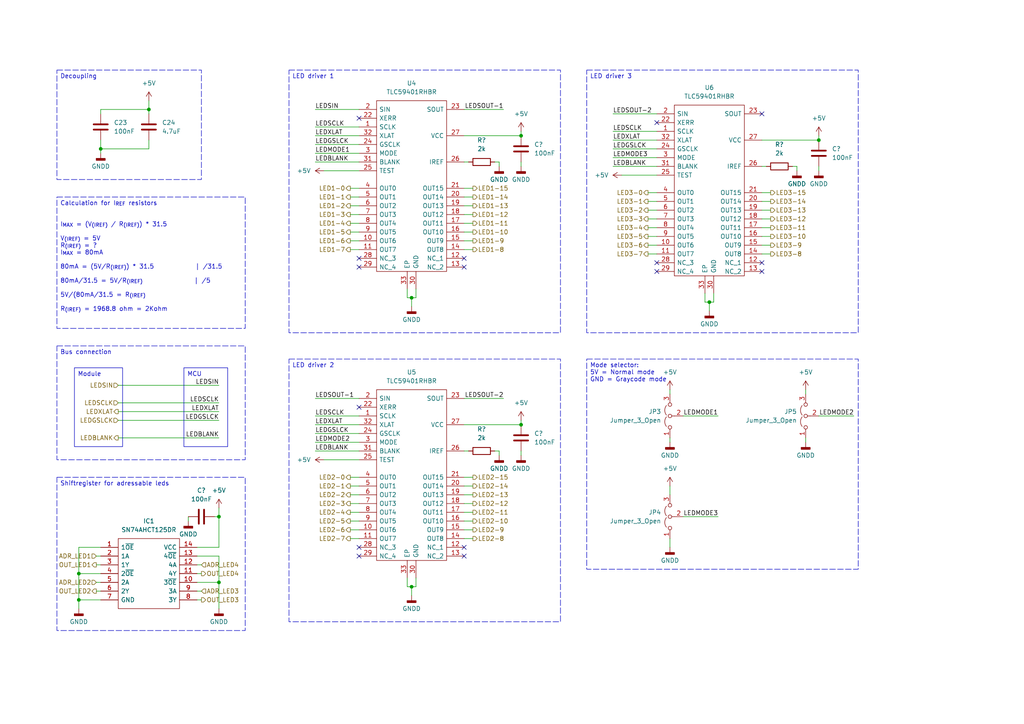
<source format=kicad_sch>
(kicad_sch (version 20230121) (generator eeschema)
  (paper "A4")
  (title_block (title "Led driver board BabySim") (date "18-09-2023") (rev "V1.0") (company "Health Concept Lab") (comment 1 "Author(s): Emiel Visser & Joris Bol"))
  (lib_symbols
    (symbol "Device:C" (pin_numbers hide) (pin_names (offset 0.254))
      (property "Reference" "C" (at 0.635 2.54 0))
      (property "Value" "C" (at 0.635 -2.54 0))
      (symbol "C_0_1"
        (polyline (pts (xy -2.032 -0.762) (xy 2.032 -0.762)) (stroke (width 0.508)))
        (polyline (pts (xy -2.032 0.762) (xy 2.032 0.762)) (stroke (width 0.508)))
      )
      (symbol "C_1_1"
        (pin passive line (at 0 3.81 270) (length 2.794) (name "~") (number "1"))
        (pin passive line (at 0 -3.81 90) (length 2.794) (name "~") (number "2"))
      )
    )
    (symbol "Device:R" (pin_numbers hide) (pin_names (offset 0))
      (property "Reference" "R" (at 2.032 0 90))
      (property "Value" "R" (at 0 0 90))
      (symbol "R_0_1"
        (rectangle (start -1.016 -2.54) (end 1.016 2.54) (stroke (width 0.254)))
      )
      (symbol "R_1_1"
        (pin passive line (at 0 3.81 270) (length 1.27) (name "~") (number "1"))
        (pin passive line (at 0 -3.81 90) (length 1.27) (name "~") (number "2"))
      )
    )
    (symbol "Jumper:Jumper_3_Open" (pin_names (offset 0) hide)
      (property "Reference" "JP" (at -2.54 -2.54 0))
      (property "Value" "Jumper_3_Open" (at 0 2.794 0))
      (symbol "Jumper_3_Open_0_0"
        (circle (center -3.302 0) (radius 0.508))
        (circle (center 0 0) (radius 0.508))
        (circle (center 3.302 0) (radius 0.508))
      )
      (symbol "Jumper_3_Open_0_1"
        (arc (start -0.254 1.016) (mid -1.651 1.4992) (end -3.048 1.016))
        (polyline (pts (xy 0 -0.508) (xy 0 -1.27)))
        (arc (start 3.048 1.016) (mid 1.651 1.4992) (end 0.254 1.016))
      )
      (symbol "Jumper_3_Open_1_1"
        (pin passive line (at -6.35 0 0) (length 2.54) (name "A") (number "1"))
        (pin passive line (at 0 -3.81 90) (length 2.54) (name "C") (number "2"))
        (pin passive line (at 6.35 0 180) (length 2.54) (name "B") (number "3"))
      )
    )
    (symbol "SamacSys_Parts:SN74AHCT125DR" (pin_names (offset 0.762))
      (property "Reference" "IC" (at 24.13 7.62 0))
      (property "Value" "SN74AHCT125DR" (at 24.13 5.08 0))
      (symbol "SN74AHCT125DR_0_0"
        (pin passive line (at 0 0 0) (length 5.08) (name "1~{OE}") (number "1"))
        (pin passive line (at 27.94 -10.16 180) (length 5.08) (name "3~{OE}") (number "10"))
        (pin passive line (at 27.94 -7.62 180) (length 5.08) (name "4Y") (number "11"))
        (pin passive line (at 27.94 -5.08 180) (length 5.08) (name "4A") (number "12"))
        (pin passive line (at 27.94 -2.54 180) (length 5.08) (name "4~{OE}") (number "13"))
        (pin passive line (at 27.94 0 180) (length 5.08) (name "VCC") (number "14"))
        (pin passive line (at 0 -2.54 0) (length 5.08) (name "1A") (number "2"))
        (pin passive line (at 0 -5.08 0) (length 5.08) (name "1Y") (number "3"))
        (pin passive line (at 0 -7.62 0) (length 5.08) (name "2~{OE}") (number "4"))
        (pin passive line (at 0 -10.16 0) (length 5.08) (name "2A") (number "5"))
        (pin passive line (at 0 -12.7 0) (length 5.08) (name "2Y") (number "6"))
        (pin passive line (at 0 -15.24 0) (length 5.08) (name "GND") (number "7"))
        (pin passive line (at 27.94 -15.24 180) (length 5.08) (name "3Y") (number "8"))
        (pin passive line (at 27.94 -12.7 180) (length 5.08) (name "3A") (number "9"))
      )
      (symbol "SN74AHCT125DR_0_1"
        (polyline (pts (xy 5.08 2.54) (xy 22.86 2.54) (xy 22.86 -17.78) (xy 5.08 -17.78) (xy 5.08 2.54)) (stroke (width 0.1524)))
      )
    )
    (symbol "SamacSys_Parts:TLC59401RHBR" (pin_names (offset 0.762))
      (property "Reference" "U5" (at 15.24 17.78 0))
      (property "Value" "TLC59401RHBR" (at 15.24 15.24 0))
      (symbol "TLC59401RHBR_0_0"
        (pin passive line (at 0 5.08 0) (length 5.08) (name "SCLK") (number "1"))
        (pin passive line (at 0 -27.94 0) (length 5.08) (name "OUT6") (number "10"))
        (pin passive line (at 0 -30.48 0) (length 5.08) (name "OUT7") (number "11"))
        (pin passive line (at 30.48 -30.48 180) (length 5.08) (name "OUT8") (number "14"))
        (pin passive line (at 30.48 -27.94 180) (length 5.08) (name "OUT9") (number "15"))
        (pin passive line (at 30.48 -25.4 180) (length 5.08) (name "OUT10") (number "16"))
        (pin passive line (at 30.48 -22.86 180) (length 5.08) (name "OUT11") (number "17"))
        (pin passive line (at 30.48 -20.32 180) (length 5.08) (name "OUT12") (number "18"))
        (pin passive line (at 30.48 -17.78 180) (length 5.08) (name "OUT13") (number "19"))
        (pin passive line (at 0 10.16 0) (length 5.08) (name "SIN") (number "2"))
        (pin passive line (at 30.48 -15.24 180) (length 5.08) (name "OUT14") (number "20"))
        (pin passive line (at 30.48 -12.7 180) (length 5.08) (name "OUT15") (number "21"))
        (pin passive line (at 0 7.62 0) (length 5.08) (name "XERR") (number "22"))
        (pin passive line (at 30.48 10.16 180) (length 5.08) (name "SOUT") (number "23"))
        (pin passive line (at 0 0 0) (length 5.08) (name "GSCLK") (number "24"))
        (pin passive line (at 0 -7.62 0) (length 5.08) (name "TEST") (number "25"))
        (pin passive line (at 30.48 -5.08 180) (length 5.08) (name "IREF") (number "26"))
        (pin passive line (at 30.48 2.54 180) (length 5.08) (name "VCC") (number "27"))
        (pin passive line (at 0 -2.54 0) (length 5.08) (name "MODE") (number "3"))
        (pin passive line (at 16.51 -41.91 90) (length 5.08) (name "GND") (number "30"))
        (pin passive line (at 0 -5.08 0) (length 5.08) (name "BLANK") (number "31"))
        (pin passive line (at 0 2.54 0) (length 5.08) (name "XLAT") (number "32"))
        (pin passive line (at 13.97 -41.91 90) (length 5.08) (name "EP") (number "33"))
        (pin passive line (at 0 -12.7 0) (length 5.08) (name "OUT0") (number "4"))
        (pin passive line (at 0 -15.24 0) (length 5.08) (name "OUT1") (number "5"))
        (pin passive line (at 0 -17.78 0) (length 5.08) (name "OUT2") (number "6"))
        (pin passive line (at 0 -20.32 0) (length 5.08) (name "OUT3") (number "7"))
        (pin passive line (at 0 -22.86 0) (length 5.08) (name "OUT4") (number "8"))
        (pin passive line (at 0 -25.4 0) (length 5.08) (name "OUT5") (number "9"))
      )
      (symbol "TLC59401RHBR_0_1"
        (polyline (pts (xy 5.08 12.7) (xy 25.4 12.7) (xy 25.4 -36.83) (xy 5.08 -36.83) (xy 5.08 12.7)) (stroke (width 0.1524)))
      )
      (symbol "TLC59401RHBR_1_0"
        (pin passive line (at 30.48 -33.02 180) (length 5.08) (name "NC_1") (number "12"))
        (pin passive line (at 30.48 -35.56 180) (length 5.08) (name "NC_2") (number "13"))
        (pin passive line (at 0 -33.02 0) (length 5.08) (name "NC_3") (number "28"))
        (pin passive line (at 0 -35.56 0) (length 5.08) (name "NC_4") (number "29"))
      )
    )
    (symbol "TLC59401RHBR_1" (pin_names (offset 0.762))
      (property "Reference" "U6" (at 15.24 17.78 0))
      (property "Value" "TLC59401RHBR" (at 15.24 15.24 0))
      (symbol "TLC59401RHBR_1_0_0"
        (pin passive line (at 0 5.08 0) (length 5.08) (name "SCLK") (number "1"))
        (pin passive line (at 0 -27.94 0) (length 5.08) (name "OUT6") (number "10"))
        (pin passive line (at 0 -30.48 0) (length 5.08) (name "OUT7") (number "11"))
        (pin passive line (at 30.48 -30.48 180) (length 5.08) (name "OUT8") (number "14"))
        (pin passive line (at 30.48 -27.94 180) (length 5.08) (name "OUT9") (number "15"))
        (pin passive line (at 30.48 -25.4 180) (length 5.08) (name "OUT10") (number "16"))
        (pin passive line (at 30.48 -22.86 180) (length 5.08) (name "OUT11") (number "17"))
        (pin passive line (at 30.48 -20.32 180) (length 5.08) (name "OUT12") (number "18"))
        (pin passive line (at 30.48 -17.78 180) (length 5.08) (name "OUT13") (number "19"))
        (pin passive line (at 0 10.16 0) (length 5.08) (name "SIN") (number "2"))
        (pin passive line (at 30.48 -15.24 180) (length 5.08) (name "OUT14") (number "20"))
        (pin passive line (at 30.48 -12.7 180) (length 5.08) (name "OUT15") (number "21"))
        (pin passive line (at 0 7.62 0) (length 5.08) (name "XERR") (number "22"))
        (pin passive line (at 30.48 10.16 180) (length 5.08) (name "SOUT") (number "23"))
        (pin passive line (at 0 0 0) (length 5.08) (name "GSCLK") (number "24"))
        (pin passive line (at 0 -7.62 0) (length 5.08) (name "TEST") (number "25"))
        (pin passive line (at 30.48 -5.08 180) (length 5.08) (name "IREF") (number "26"))
        (pin passive line (at 30.48 2.54 180) (length 5.08) (name "VCC") (number "27"))
        (pin passive line (at 0 -2.54 0) (length 5.08) (name "MODE") (number "3"))
        (pin passive line (at 16.51 -41.91 90) (length 5.08) (name "GND") (number "30"))
        (pin passive line (at 0 -5.08 0) (length 5.08) (name "BLANK") (number "31"))
        (pin passive line (at 0 2.54 0) (length 5.08) (name "XLAT") (number "32"))
        (pin passive line (at 13.97 -41.91 90) (length 5.08) (name "EP") (number "33"))
        (pin passive line (at 0 -12.7 0) (length 5.08) (name "OUT0") (number "4"))
        (pin passive line (at 0 -15.24 0) (length 5.08) (name "OUT1") (number "5"))
        (pin passive line (at 0 -17.78 0) (length 5.08) (name "OUT2") (number "6"))
        (pin passive line (at 0 -20.32 0) (length 5.08) (name "OUT3") (number "7"))
        (pin passive line (at 0 -22.86 0) (length 5.08) (name "OUT4") (number "8"))
        (pin passive line (at 0 -25.4 0) (length 5.08) (name "OUT5") (number "9"))
      )
      (symbol "TLC59401RHBR_1_0_1"
        (polyline (pts (xy 5.08 12.7) (xy 25.4 12.7) (xy 25.4 -36.83) (xy 5.08 -36.83) (xy 5.08 12.7)) (stroke (width 0.1524)))
      )
      (symbol "TLC59401RHBR_1_1_0"
        (pin passive line (at 30.48 -33.02 180) (length 5.08) (name "NC_1") (number "12"))
        (pin passive line (at 30.48 -35.56 180) (length 5.08) (name "NC_2") (number "13"))
        (pin passive line (at 0 -33.02 0) (length 5.08) (name "NC_3") (number "28"))
        (pin passive line (at 0 -35.56 0) (length 5.08) (name "NC_4") (number "29"))
      )
    )
    (symbol "TLC59401RHBR_2" (pin_names (offset 0.762))
      (property "Reference" "U4" (at 15.24 17.78 0))
      (property "Value" "TLC59401RHBR" (at 15.24 15.24 0))
      (symbol "TLC59401RHBR_2_0_0"
        (pin passive line (at 0 5.08 0) (length 5.08) (name "SCLK") (number "1"))
        (pin passive line (at 0 -27.94 0) (length 5.08) (name "OUT6") (number "10"))
        (pin passive line (at 0 -30.48 0) (length 5.08) (name "OUT7") (number "11"))
        (pin passive line (at 30.48 -30.48 180) (length 5.08) (name "OUT8") (number "14"))
        (pin passive line (at 30.48 -27.94 180) (length 5.08) (name "OUT9") (number "15"))
        (pin passive line (at 30.48 -25.4 180) (length 5.08) (name "OUT10") (number "16"))
        (pin passive line (at 30.48 -22.86 180) (length 5.08) (name "OUT11") (number "17"))
        (pin passive line (at 30.48 -20.32 180) (length 5.08) (name "OUT12") (number "18"))
        (pin passive line (at 30.48 -17.78 180) (length 5.08) (name "OUT13") (number "19"))
        (pin passive line (at 0 10.16 0) (length 5.08) (name "SIN") (number "2"))
        (pin passive line (at 30.48 -15.24 180) (length 5.08) (name "OUT14") (number "20"))
        (pin passive line (at 30.48 -12.7 180) (length 5.08) (name "OUT15") (number "21"))
        (pin passive line (at 0 7.62 0) (length 5.08) (name "XERR") (number "22"))
        (pin passive line (at 30.48 10.16 180) (length 5.08) (name "SOUT") (number "23"))
        (pin passive line (at 0 0 0) (length 5.08) (name "GSCLK") (number "24"))
        (pin passive line (at 0 -7.62 0) (length 5.08) (name "TEST") (number "25"))
        (pin passive line (at 30.48 -5.08 180) (length 5.08) (name "IREF") (number "26"))
        (pin passive line (at 30.48 2.54 180) (length 5.08) (name "VCC") (number "27"))
        (pin passive line (at 0 -2.54 0) (length 5.08) (name "MODE") (number "3"))
        (pin passive line (at 16.51 -41.91 90) (length 5.08) (name "GND") (number "30"))
        (pin passive line (at 0 -5.08 0) (length 5.08) (name "BLANK") (number "31"))
        (pin passive line (at 0 2.54 0) (length 5.08) (name "XLAT") (number "32"))
        (pin passive line (at 13.97 -41.91 90) (length 5.08) (name "EP") (number "33"))
        (pin passive line (at 0 -12.7 0) (length 5.08) (name "OUT0") (number "4"))
        (pin passive line (at 0 -15.24 0) (length 5.08) (name "OUT1") (number "5"))
        (pin passive line (at 0 -17.78 0) (length 5.08) (name "OUT2") (number "6"))
        (pin passive line (at 0 -20.32 0) (length 5.08) (name "OUT3") (number "7"))
        (pin passive line (at 0 -22.86 0) (length 5.08) (name "OUT4") (number "8"))
        (pin passive line (at 0 -25.4 0) (length 5.08) (name "OUT5") (number "9"))
      )
      (symbol "TLC59401RHBR_2_0_1"
        (polyline (pts (xy 5.08 12.7) (xy 25.4 12.7) (xy 25.4 -36.83) (xy 5.08 -36.83) (xy 5.08 12.7)) (stroke (width 0.1524)))
      )
      (symbol "TLC59401RHBR_2_1_0"
        (pin passive line (at 30.48 -33.02 180) (length 5.08) (name "NC_1") (number "12"))
        (pin passive line (at 30.48 -35.56 180) (length 5.08) (name "NC_2") (number "13"))
        (pin passive line (at 0 -33.02 0) (length 5.08) (name "NC_3") (number "28"))
        (pin passive line (at 0 -35.56 0) (length 5.08) (name "NC_4") (number "29"))
      )
    )
    (symbol "power:+5V" (power) (pin_names (offset 0))
      (property "Value" "+5V" (at 0 3.556 0))
      (symbol "+5V_0_1"
        (polyline (pts (xy -0.762 1.27) (xy 0 2.54)))
        (polyline (pts (xy 0 0) (xy 0 2.54)))
        (polyline (pts (xy 0 2.54) (xy 0.762 1.27)))
      )
      (symbol "+5V_1_1"
        (pin power_in line (at 0 0 90) (length 0) hide (name "+5V") (number "1"))
      )
    )
    (symbol "power:GNDD" (power) (pin_names (offset 0))
      (property "Value" "GNDD" (at 0 -3.175 0))
      (symbol "GNDD_0_1"
        (rectangle (start -1.27 -1.524) (end 1.27 -2.032) (stroke (width 0.254)) (fill (type outline)))
        (polyline (pts (xy 0 0) (xy 0 -1.524)))
      )
      (symbol "GNDD_1_1"
        (pin power_in line (at 0 0 270) (length 0) hide (name "GNDD") (number "1"))
      )
    )
  )
  (junction (at 205.74 87.63))
  (junction (at 63.5 168.91))
  (junction (at 22.86 166.37))
  (junction (at 63.5 149.86))
  (junction (at 151.13 123.19))
  (junction (at 22.86 173.99))
  (junction (at 151.13 39.37))
  (junction (at 29.21 43.18))
  (junction (at 119.38 86.36))
  (junction (at 119.38 170.18))
  (junction (at 43.18 31.75))
  (junction (at 237.49 40.64))
  (no_connect (at 190.5 76.2))
  (no_connect (at 104.14 118.11))
  (no_connect (at 220.98 33.02))
  (no_connect (at 104.14 74.93))
  (no_connect (at 134.62 74.93))
  (no_connect (at 220.98 76.2))
  (no_connect (at 104.14 77.47))
  (no_connect (at 134.62 158.75))
  (no_connect (at 104.14 34.29))
  (no_connect (at 104.14 158.75))
  (no_connect (at 134.62 161.29))
  (no_connect (at 220.98 78.74))
  (no_connect (at 190.5 35.56))
  (no_connect (at 104.14 161.29))
  (no_connect (at 134.62 77.47))
  (no_connect (at 190.5 78.74))
  (wire (pts (xy 134.62 39.37) (xy 151.13 39.37)))
  (wire (pts (xy 29.21 158.75) (xy 22.86 158.75)))
  (wire (pts (xy 134.62 54.61) (xy 137.16 54.61)))
  (wire (pts (xy 177.8 38.1) (xy 190.5 38.1)))
  (wire (pts (xy 134.62 148.59) (xy 137.16 148.59)))
  (wire (pts (xy 134.62 72.39) (xy 137.16 72.39)))
  (wire (pts (xy 101.6 62.23) (xy 104.14 62.23)))
  (wire (pts (xy 27.94 171.45) (xy 29.21 171.45)))
  (wire (pts (xy 177.8 33.02) (xy 190.5 33.02)))
  (wire (pts (xy 187.96 60.96) (xy 190.5 60.96)))
  (wire (pts (xy 57.15 168.91) (xy 63.5 168.91)))
  (wire (pts (xy 101.6 148.59) (xy 104.14 148.59)))
  (wire (pts (xy 22.86 173.99) (xy 29.21 173.99)))
  (wire (pts (xy 63.5 147.32) (xy 63.5 149.86)))
  (wire (pts (xy 134.62 130.81) (xy 135.89 130.81)))
  (wire (pts (xy 101.6 151.13) (xy 104.14 151.13)))
  (wire (pts (xy 93.98 133.35) (xy 104.14 133.35)))
  (wire (pts (xy 198.12 120.65) (xy 208.28 120.65)))
  (wire (pts (xy 134.62 153.67) (xy 137.16 153.67)))
  (wire (pts (xy 34.29 116.84) (xy 63.5 116.84)))
  (wire (pts (xy 180.34 50.8) (xy 190.5 50.8)))
  (wire (pts (xy 57.15 161.29) (xy 63.5 161.29)))
  (wire (pts (xy 134.62 151.13) (xy 137.16 151.13)))
  (wire (pts (xy 187.96 55.88) (xy 190.5 55.88)))
  (wire (pts (xy 101.6 69.85) (xy 104.14 69.85)))
  (wire (pts (xy 220.98 66.04) (xy 223.52 66.04)))
  (wire (pts (xy 134.62 67.31) (xy 137.16 67.31)))
  (wire (pts (xy 34.29 127) (xy 63.5 127)))
  (wire (pts (xy 119.38 170.18) (xy 118.11 170.18)))
  (wire (pts (xy 91.44 123.19) (xy 104.14 123.19)))
  (wire (pts (xy 177.8 40.64) (xy 190.5 40.64)))
  (wire (pts (xy 43.18 40.64) (xy 43.18 43.18)))
  (wire (pts (xy 62.23 149.86) (xy 63.5 149.86)))
  (wire (pts (xy 194.31 113.03) (xy 194.31 114.3)))
  (wire (pts (xy 220.98 60.96) (xy 223.52 60.96)))
  (wire (pts (xy 118.11 170.18) (xy 118.11 167.64)))
  (wire (pts (xy 22.86 166.37) (xy 29.21 166.37)))
  (wire (pts (xy 187.96 58.42) (xy 190.5 58.42)))
  (wire (pts (xy 134.62 31.75) (xy 146.05 31.75)))
  (wire (pts (xy 220.98 48.26) (xy 222.25 48.26)))
  (wire (pts (xy 57.15 158.75) (xy 63.5 158.75)))
  (wire (pts (xy 205.74 90.17) (xy 205.74 87.63)))
  (wire (pts (xy 29.21 40.64) (xy 29.21 43.18)))
  (wire (pts (xy 91.44 39.37) (xy 104.14 39.37)))
  (wire (pts (xy 119.38 88.9) (xy 119.38 86.36)))
  (wire (pts (xy 134.62 123.19) (xy 151.13 123.19)))
  (wire (pts (xy 207.01 85.09) (xy 207.01 87.63)))
  (wire (pts (xy 119.38 172.72) (xy 119.38 170.18)))
  (wire (pts (xy 101.6 57.15) (xy 104.14 57.15)))
  (wire (pts (xy 220.98 40.64) (xy 237.49 40.64)))
  (wire (pts (xy 220.98 63.5) (xy 223.52 63.5)))
  (wire (pts (xy 27.94 163.83) (xy 29.21 163.83)))
  (wire (pts (xy 91.44 115.57) (xy 104.14 115.57)))
  (wire (pts (xy 91.44 44.45) (xy 104.14 44.45)))
  (wire (pts (xy 134.62 59.69) (xy 137.16 59.69)))
  (wire (pts (xy 237.49 48.26) (xy 237.49 49.53)))
  (wire (pts (xy 187.96 63.5) (xy 190.5 63.5)))
  (wire (pts (xy 220.98 68.58) (xy 223.52 68.58)))
  (wire (pts (xy 198.12 149.86) (xy 208.28 149.86)))
  (wire (pts (xy 63.5 158.75) (xy 63.5 149.86)))
  (wire (pts (xy 91.44 41.91) (xy 104.14 41.91)))
  (wire (pts (xy 57.15 163.83) (xy 58.42 163.83)))
  (wire (pts (xy 22.86 166.37) (xy 22.86 173.99)))
  (wire (pts (xy 43.18 43.18) (xy 29.21 43.18)))
  (wire (pts (xy 205.74 87.63) (xy 204.47 87.63)))
  (wire (pts (xy 151.13 130.81) (xy 151.13 132.08)))
  (wire (pts (xy 120.65 170.18) (xy 119.38 170.18)))
  (wire (pts (xy 54.61 149.86) (xy 54.61 151.13)))
  (wire (pts (xy 120.65 83.82) (xy 120.65 86.36)))
  (wire (pts (xy 134.62 138.43) (xy 137.16 138.43)))
  (wire (pts (xy 101.6 59.69) (xy 104.14 59.69)))
  (wire (pts (xy 151.13 121.92) (xy 151.13 123.19)))
  (wire (pts (xy 91.44 36.83) (xy 104.14 36.83)))
  (wire (pts (xy 120.65 86.36) (xy 119.38 86.36)))
  (wire (pts (xy 177.8 48.26) (xy 190.5 48.26)))
  (wire (pts (xy 204.47 87.63) (xy 204.47 85.09)))
  (wire (pts (xy 101.6 64.77) (xy 104.14 64.77)))
  (wire (pts (xy 237.49 39.37) (xy 237.49 40.64)))
  (wire (pts (xy 91.44 31.75) (xy 104.14 31.75)))
  (wire (pts (xy 27.94 161.29) (xy 29.21 161.29)))
  (wire (pts (xy 43.18 31.75) (xy 43.18 33.02)))
  (wire (pts (xy 22.86 173.99) (xy 22.86 176.53)))
  (wire (pts (xy 101.6 54.61) (xy 104.14 54.61)))
  (wire (pts (xy 177.8 43.18) (xy 190.5 43.18)))
  (wire (pts (xy 134.62 57.15) (xy 137.16 57.15)))
  (wire (pts (xy 93.98 49.53) (xy 104.14 49.53)))
  (wire (pts (xy 101.6 156.21) (xy 104.14 156.21)))
  (wire (pts (xy 120.65 167.64) (xy 120.65 170.18)))
  (wire (pts (xy 101.6 140.97) (xy 104.14 140.97)))
  (wire (pts (xy 27.94 168.91) (xy 29.21 168.91)))
  (wire (pts (xy 194.31 156.21) (xy 194.31 158.75)))
  (wire (pts (xy 220.98 58.42) (xy 223.52 58.42)))
  (wire (pts (xy 220.98 55.88) (xy 223.52 55.88)))
  (wire (pts (xy 43.18 29.21) (xy 43.18 31.75)))
  (wire (pts (xy 134.62 115.57) (xy 146.05 115.57)))
  (wire (pts (xy 101.6 146.05) (xy 104.14 146.05)))
  (wire (pts (xy 233.68 127) (xy 233.68 128.27)))
  (wire (pts (xy 91.44 125.73) (xy 104.14 125.73)))
  (wire (pts (xy 231.14 48.26) (xy 231.14 49.53)))
  (wire (pts (xy 34.29 121.92) (xy 63.5 121.92)))
  (wire (pts (xy 63.5 161.29) (xy 63.5 168.91)))
  (wire (pts (xy 29.21 33.02) (xy 29.21 31.75)))
  (wire (pts (xy 134.62 156.21) (xy 137.16 156.21)))
  (wire (pts (xy 57.15 166.37) (xy 58.42 166.37)))
  (wire (pts (xy 134.62 64.77) (xy 137.16 64.77)))
  (wire (pts (xy 151.13 38.1) (xy 151.13 39.37)))
  (wire (pts (xy 29.21 43.18) (xy 29.21 44.45)))
  (wire (pts (xy 91.44 120.65) (xy 104.14 120.65)))
  (wire (pts (xy 194.31 127) (xy 194.31 128.27)))
  (wire (pts (xy 29.21 31.75) (xy 43.18 31.75)))
  (wire (pts (xy 22.86 158.75) (xy 22.86 166.37)))
  (wire (pts (xy 187.96 73.66) (xy 190.5 73.66)))
  (wire (pts (xy 91.44 130.81) (xy 104.14 130.81)))
  (wire (pts (xy 34.29 111.76) (xy 63.5 111.76)))
  (wire (pts (xy 101.6 153.67) (xy 104.14 153.67)))
  (wire (pts (xy 187.96 68.58) (xy 190.5 68.58)))
  (wire (pts (xy 220.98 73.66) (xy 223.52 73.66)))
  (wire (pts (xy 220.98 71.12) (xy 223.52 71.12)))
  (wire (pts (xy 101.6 138.43) (xy 104.14 138.43)))
  (wire (pts (xy 118.11 86.36) (xy 118.11 83.82)))
  (wire (pts (xy 91.44 128.27) (xy 104.14 128.27)))
  (wire (pts (xy 187.96 71.12) (xy 190.5 71.12)))
  (wire (pts (xy 144.78 46.99) (xy 143.51 46.99)))
  (wire (pts (xy 91.44 46.99) (xy 104.14 46.99)))
  (wire (pts (xy 187.96 66.04) (xy 190.5 66.04)))
  (wire (pts (xy 57.15 173.99) (xy 58.42 173.99)))
  (wire (pts (xy 237.49 120.65) (xy 247.65 120.65)))
  (wire (pts (xy 231.14 48.26) (xy 229.87 48.26)))
  (wire (pts (xy 207.01 87.63) (xy 205.74 87.63)))
  (wire (pts (xy 134.62 62.23) (xy 137.16 62.23)))
  (wire (pts (xy 134.62 69.85) (xy 137.16 69.85)))
  (wire (pts (xy 144.78 46.99) (xy 144.78 48.26)))
  (wire (pts (xy 151.13 46.99) (xy 151.13 48.26)))
  (wire (pts (xy 134.62 143.51) (xy 137.16 143.51)))
  (wire (pts (xy 101.6 72.39) (xy 104.14 72.39)))
  (wire (pts (xy 233.68 113.03) (xy 233.68 114.3)))
  (wire (pts (xy 63.5 168.91) (xy 63.5 176.53)))
  (wire (pts (xy 144.78 130.81) (xy 143.51 130.81)))
  (wire (pts (xy 194.31 140.97) (xy 194.31 143.51)))
  (wire (pts (xy 34.29 119.38) (xy 63.5 119.38)))
  (wire (pts (xy 134.62 140.97) (xy 137.16 140.97)))
  (wire (pts (xy 57.15 171.45) (xy 58.42 171.45)))
  (wire (pts (xy 101.6 143.51) (xy 104.14 143.51)))
  (wire (pts (xy 134.62 46.99) (xy 135.89 46.99)))
  (wire (pts (xy 177.8 45.72) (xy 190.5 45.72)))
  (wire (pts (xy 119.38 86.36) (xy 118.11 86.36)))
  (wire (pts (xy 101.6 67.31) (xy 104.14 67.31)))
  (wire (pts (xy 134.62 146.05) (xy 137.16 146.05)))
  (wire (pts (xy 144.78 130.81) (xy 144.78 132.08)))
  (text_box "Bus connection" (at 16.51 100.33 0) (size 54.61 33.02) (stroke (width 0) (type dash)) (effects (font (size 1.27 1.27)) (justify left top)))
  (text_box "Calculation for I_{REF} resistors\n\n\nI_{MAX} = (V_{(IREF)} / R_{(IREF)}) * 31.5\n\nV_{(IREF)} = 5V\nR_{(IREF)} = ?\nI_{MAX} = 80mA\n\n80mA = (5V/R_{(IREF)}) * 31.5	 	| /31.5\n\n80mA/31.5 = 5V/R_{(IREF)}		  	| /5\n\n5V/(80mA/31.5 = R_{(IREF)}\n\nR_{(IREF)} = 1968.8 ohm = 2Kohm" (at 16.51 57.15 0) (size 54.61 38.1) (stroke (width 0) (type dash)) (effects (font (size 1.27 1.27)) (justify left top)))
  (text_box "Module" (at 21.59 106.68 0) (size 13.97 22.86) (effects (font (size 1.27 1.27)) (justify left top)))
  (text_box "LED driver 3" (at 170.18 20.32 0) (size 78.74 76.2) (stroke (width 0) (type dash)) (effects (font (size 1.27 1.27)) (justify left top)))
  (text_box "Shiftregister for adressable leds" (at 16.51 138.43 0) (size 54.61 44.45) (stroke (width 0) (type dash)) (effects (font (size 1.27 1.27)) (justify left top)))
  (text_box "LED driver 2" (at 83.82 104.14 0) (size 78.74 76.2) (stroke (width 0) (type dash)) (effects (font (size 1.27 1.27)) (justify left top)))
  (text_box "MCU" (at 53.34 106.68 0) (size 12.7 22.86) (effects (font (size 1.27 1.27)) (justify left top)))
  (text_box "Decoupling" (at 16.51 20.32 0) (size 41.91 31.75) (stroke (width 0) (type dash)) (effects (font (size 1.27 1.27)) (justify left top)))
  (text_box "LED driver 1" (at 83.82 20.32 0) (size 78.74 76.2) (stroke (width 0) (type dash)) (effects (font (size 1.27 1.27)) (justify left top)))
  (text_box "Mode selector: \n5V = Normal mode\nGND = Graycode mode" (at 170.18 104.14 0) (size 78.74 60.96) (stroke (width 0) (type dash)) (effects (font (size 1.27 1.27)) (justify left top)))
  (label "LEDMODE3" (at 208.28 149.86 180))
  (label "LEDSIN" (at 63.5 111.76 180))
  (label "LEDSOUT-2" (at 177.8 33.02 0))
  (label "LEDXLAT" (at 91.44 123.19 0))
  (label "LEDSOUT-1" (at 146.05 31.75 180))
  (label "LEDBLANK" (at 177.8 48.26 0))
  (label "LEDSOUT-1" (at 91.44 115.57 0))
  (label "LEDSIN" (at 91.44 31.75 0))
  (label "LEDSOUT-2" (at 146.05 115.57 180))
  (label "LEDXLAT" (at 91.44 39.37 0))
  (label "LEDBLANK" (at 91.44 46.99 0))
  (label "LEDMODE3" (at 177.8 45.72 0))
  (label "LEDMODE2" (at 247.65 120.65 180))
  (label "LEDBLANK" (at 91.44 130.81 0))
  (label "LEDGSLCK" (at 91.44 125.73 0))
  (label "LEDGSLCK" (at 63.5 121.92 180))
  (label "LEDBLANK" (at 63.5 127 180))
  (label "LEDMODE2" (at 91.44 128.27 0))
  (label "LEDSCLK" (at 63.5 116.84 180))
  (label "LEDSCLK" (at 177.8 38.1 0))
  (label "LEDGSLCK" (at 177.8 43.18 0))
  (label "LEDSCLK" (at 91.44 120.65 0))
  (label "LEDXLAT" (at 177.8 40.64 0))
  (label "LEDGSLCK" (at 91.44 41.91 0))
  (label "LEDSCLK" (at 91.44 36.83 0))
  (label "LEDMODE1" (at 91.44 44.45 0))
  (label "LEDXLAT" (at 63.5 119.38 180))
  (label "LEDMODE1" (at 208.28 120.65 180))
  (hierarchical_label "LED2-9" (shape output) (at 137.16 153.67 0))
  (hierarchical_label "LEDBLANK" (shape output) (at 34.29 127 180))
  (hierarchical_label "LED1-13" (shape output) (at 137.16 59.69 0))
  (hierarchical_label "LED2-2" (shape output) (at 101.6 143.51 180))
  (hierarchical_label "LED2-0" (shape output) (at 101.6 138.43 180))
  (hierarchical_label "LED1-2" (shape output) (at 101.6 59.69 180))
  (hierarchical_label "LED3-1" (shape output) (at 187.96 58.42 180))
  (hierarchical_label "LED3-13" (shape output) (at 223.52 60.96 0))
  (hierarchical_label "OUT_LED2" (shape output) (at 27.94 171.45 180))
  (hierarchical_label "LED3-7" (shape output) (at 187.96 73.66 180))
  (hierarchical_label "LED3-0" (shape output) (at 187.96 55.88 180))
  (hierarchical_label "LED1-10" (shape output) (at 137.16 67.31 0))
  (hierarchical_label "LED1-9" (shape output) (at 137.16 69.85 0))
  (hierarchical_label "LEDSIN" (shape input) (at 34.29 111.76 180))
  (hierarchical_label "LED3-8" (shape output) (at 223.52 73.66 0))
  (hierarchical_label "LED1-1" (shape output) (at 101.6 57.15 180))
  (hierarchical_label "LED2-12" (shape output) (at 137.16 146.05 0))
  (hierarchical_label "LED1-5" (shape output) (at 101.6 67.31 180))
  (hierarchical_label "LED1-4" (shape output) (at 101.6 64.77 180))
  (hierarchical_label "LED1-15" (shape output) (at 137.16 54.61 0))
  (hierarchical_label "LED2-1" (shape output) (at 101.6 140.97 180))
  (hierarchical_label "LED1-7" (shape output) (at 101.6 72.39 180))
  (hierarchical_label "OUT_LED4" (shape output) (at 58.42 166.37 0))
  (hierarchical_label "LEDXLAT" (shape output) (at 34.29 119.38 180))
  (hierarchical_label "LED1-12" (shape output) (at 137.16 62.23 0))
  (hierarchical_label "LED3-3" (shape output) (at 187.96 63.5 180))
  (hierarchical_label "LED2-5" (shape output) (at 101.6 151.13 180))
  (hierarchical_label "LED2-3" (shape output) (at 101.6 146.05 180))
  (hierarchical_label "LED1-3" (shape output) (at 101.6 62.23 180))
  (hierarchical_label "LED1-8" (shape output) (at 137.16 72.39 0))
  (hierarchical_label "ADR_LED3" (shape input) (at 58.42 171.45 0))
  (hierarchical_label "LED3-15" (shape output) (at 223.52 55.88 0))
  (hierarchical_label "LED2-4" (shape output) (at 101.6 148.59 180))
  (hierarchical_label "OUT_LED3" (shape output) (at 58.42 173.99 0))
  (hierarchical_label "LED2-7" (shape output) (at 101.6 156.21 180))
  (hierarchical_label "LED3-5" (shape output) (at 187.96 68.58 180))
  (hierarchical_label "LED2-13" (shape output) (at 137.16 143.51 0))
  (hierarchical_label "LED1-0" (shape output) (at 101.6 54.61 180))
  (hierarchical_label "LED2-8" (shape output) (at 137.16 156.21 0))
  (hierarchical_label "LED1-14" (shape output) (at 137.16 57.15 0))
  (hierarchical_label "ADR_LED2" (shape input) (at 27.94 168.91 180))
  (hierarchical_label "LED2-14" (shape output) (at 137.16 140.97 0))
  (hierarchical_label "LED3-6" (shape output) (at 187.96 71.12 180))
  (hierarchical_label "LED3-10" (shape output) (at 223.52 68.58 0))
  (hierarchical_label "LED3-14" (shape output) (at 223.52 58.42 0))
  (hierarchical_label "LED3-11" (shape output) (at 223.52 66.04 0))
  (hierarchical_label "LED2-10" (shape output) (at 137.16 151.13 0))
  (hierarchical_label "LED3-2" (shape output) (at 187.96 60.96 180))
  (hierarchical_label "ADR_LED1" (shape input) (at 27.94 161.29 180))
  (hierarchical_label "LEDSCLK" (shape input) (at 34.29 116.84 180))
  (hierarchical_label "LED1-6" (shape output) (at 101.6 69.85 180))
  (hierarchical_label "OUT_LED1" (shape output) (at 27.94 163.83 180))
  (hierarchical_label "LED3-12" (shape output) (at 223.52 63.5 0))
  (hierarchical_label "LED1-11" (shape output) (at 137.16 64.77 0))
  (hierarchical_label "ADR_LED4" (shape input) (at 58.42 163.83 0))
  (hierarchical_label "LED3-4" (shape output) (at 187.96 66.04 180))
  (hierarchical_label "LED2-15" (shape output) (at 137.16 138.43 0))
  (hierarchical_label "LED3-9" (shape output) (at 223.52 71.12 0))
  (hierarchical_label "LED2-11" (shape output) (at 137.16 148.59 0))
  (hierarchical_label "LEDGSLCK" (shape input) (at 34.29 121.92 180))
  (hierarchical_label "LED2-6" (shape output) (at 101.6 153.67 180))
  (symbol (lib_id "Device:C") (at 43.18 36.83 0) (unit 1)
    (property "Reference" "C24" (at 46.99 35.56 0) (effects (justify left)))
    (property "Value" "4.7uF" (at 46.99 38.1 0) (effects (justify left)))
    (property "Footprint" "Capacitor_SMD:C_0603_1608Metric_Pad1.08x0.95mm_HandSolder" (effects hide))
  )
  (symbol (lib_id "Device:C") (at 151.13 127 0) (unit 1)
    (property "Reference" "C?" (at 154.94 125.73 0) (effects (justify left)))
    (property "Value" "100nF" (at 154.94 128.27 0) (effects (justify left)))
    (property "Footprint" "Capacitor_SMD:C_0603_1608Metric_Pad1.08x0.95mm_HandSolder" (effects hide))
    (instances (project "LedDriverBoard_V2" (path "" (reference "C?") (unit 1)) (path "" (reference "C?") (unit 1)) (path "" (reference "C27") (unit 1))))
  )
  (symbol (lib_id "Device:C") (at 237.49 44.45 0) (unit 1)
    (property "Reference" "C?" (at 241.3 43.18 0) (effects (justify left)))
    (property "Value" "100nF" (at 241.3 45.72 0) (effects (justify left)))
    (property "Footprint" "Capacitor_SMD:C_0603_1608Metric_Pad1.08x0.95mm_HandSolder" (effects hide))
    (instances (project "LedDriverBoard_V2" (path "" (reference "C?") (unit 1)) (path "" (reference "C?") (unit 1)) (path "" (reference "C28") (unit 1))))
  )
  (symbol (lib_id "Device:R") (at 226.06 48.26 90) (unit 1)
    (property "Reference" "R?" (at 226.06 41.91 90))
    (property "Value" "2k" (at 226.06 44.45 90))
    (property "Footprint" "Resistor_SMD:R_0603_1608Metric_Pad0.98x0.95mm_HandSolder" (effects hide))
    (instances (project "LedDriverBoard_V2" (path "" (reference "R?") (unit 1)) (path "" (reference "R32") (unit 1))))
  )
  (symbol (lib_id "power:GNDD") (at 119.38 88.9 0) (unit 1)
    (property "Reference" "#PWR?" (effects hide))
    (property "Value" "GNDD" (at 119.38 92.71 0))
    (instances (project "LedDriverBoard_V2" (path "" (reference "#PWR?") (unit 1)) (path "" (reference "#PWR090") (unit 1))))
  )
  (symbol (lib_id "power:GNDD") (at 63.5 176.53 0) (unit 1)
    (property "Reference" "#PWR?" (effects hide))
    (property "Value" "GNDD" (at 63.5 180.34 0))
    (instances (project "LedDriverBoard_V2" (path "" (reference "#PWR?") (unit 1)) (path "" (reference "#PWR087") (unit 1))))
  )
  (symbol (lib_id "power:GNDD") (at 29.21 44.45 0) (unit 1)
    (property "Reference" "#PWR?" (effects hide))
    (property "Value" "GNDD" (at 29.21 48.26 0))
    (instances (project "LedDriverBoard_V2" (path "" (reference "#PWR?") (unit 1)) (path "" (reference "#PWR083") (unit 1))))
  )
  (symbol (lib_id "power:+5V") (at 63.5 147.32 0) (unit 1)
    (property "Reference" "#PWR086" (effects hide))
    (property "Value" "+5V" (at 63.5 142.24 0))
  )
  (symbol (lib_name "TLC59401RHBR_2") (lib_id "SamacSys_Parts:TLC59401RHBR") (at 104.14 41.91 0) (unit 1)
    (property "Reference" "U4" (at 119.38 24.13 0))
    (property "Value" "TLC59401RHBR" (at 119.38 26.67 0))
    (property "Footprint" "QFN50P500X500X100-33N-D" (effects hide))
    (property "Datasheet" "http://www.ti.com/lit/gpn/tlc59401" (effects hide))
    (property "Description" "16-Channel LED Driver with Dot Correction and Grayscale PWM Control" (effects hide))
    (property "Height" "1" (effects hide))
    (property "Manufacturer_Name" "Texas Instruments" (effects hide))
    (property "Manufacturer_Part_Number" "TLC59401RHBR" (effects hide))
    (property "Mouser Part Number" "595-TLC59401RHBR" (effects hide))
    (property "Mouser Price/Stock" "https://www.mouser.co.uk/ProductDetail/Texas-Instruments/TLC59401RHBR?qs=%2Fqzd9s%252BcLd5jLWxG9iB8xw%3D%3D" (effects hide))
    (property "Arrow Part Number" "TLC59401RHBR" (effects hide))
    (property "Arrow Price/Stock" "https://www.arrow.com/en/products/tlc59401rhbr/texas-instruments?region=nac" (effects hide))
  )
  (symbol (lib_id "Device:C") (at 151.13 43.18 0) (unit 1)
    (property "Reference" "C?" (at 154.94 41.91 0) (effects (justify left)))
    (property "Value" "100nF" (at 154.94 44.45 0) (effects (justify left)))
    (property "Footprint" "Capacitor_SMD:C_0603_1608Metric_Pad1.08x0.95mm_HandSolder" (effects hide))
    (instances (project "LedDriverBoard_V2" (path "" (reference "C?") (unit 1)) (path "" (reference "C?") (unit 1)) (path "" (reference "C26") (unit 1))))
  )
  (symbol (lib_id "SamacSys_Parts:SN74AHCT125DR") (at 29.21 158.75 0) (unit 1)
    (property "Reference" "IC1" (at 43.18 151.13 0))
    (property "Value" "SN74AHCT125DR" (at 43.18 153.67 0))
    (property "Footprint" "SOIC127P600X175-14N" (effects hide))
    (property "Datasheet" "http://www.ti.com/lit/gpn/sn74ahct125" (effects hide))
    (property "Description" "Quadruple Bus Buffer Gates With 3-State Outputs" (effects hide))
    (property "Height" "1.75" (effects hide))
    (property "Manufacturer_Name" "Texas Instruments" (effects hide))
    (property "Manufacturer_Part_Number" "SN74AHCT125DR" (effects hide))
    (property "Mouser Part Number" "595-SN74AHCT125DR" (effects hide))
    (property "Mouser Price/Stock" "https://www.mouser.co.uk/ProductDetail/Texas-Instruments/SN74AHCT125DR?qs=B7lSdIxWQkm9VQkJOjfRaA%3D%3D" (effects hide))
    (property "Arrow Part Number" "SN74AHCT125DR" (effects hide))
    (property "Arrow Price/Stock" "https://www.arrow.com/en/products/sn74ahct125dr/texas-instruments" (effects hide))
  )
  (symbol (lib_id "power:GNDD") (at 205.74 90.17 0) (unit 1)
    (property "Reference" "#PWR?" (effects hide))
    (property "Value" "GNDD" (at 205.74 93.98 0))
    (instances (project "LedDriverBoard_V2" (path "" (reference "#PWR?") (unit 1)) (path "" (reference "#PWR0103") (unit 1))))
  )
  (symbol (lib_id "SamacSys_Parts:TLC59401RHBR") (at 104.14 125.73 0) (unit 1)
    (property "Reference" "U5" (at 119.38 107.95 0))
    (property "Value" "TLC59401RHBR" (at 119.38 110.49 0))
    (property "Footprint" "QFN50P500X500X100-33N-D" (effects hide))
    (property "Datasheet" "http://www.ti.com/lit/gpn/tlc59401" (effects hide))
    (property "Description" "16-Channel LED Driver with Dot Correction and Grayscale PWM Control" (effects hide))
    (property "Height" "1" (effects hide))
    (property "Manufacturer_Name" "Texas Instruments" (effects hide))
    (property "Manufacturer_Part_Number" "TLC59401RHBR" (effects hide))
    (property "Mouser Part Number" "595-TLC59401RHBR" (effects hide))
    (property "Mouser Price/Stock" "https://www.mouser.co.uk/ProductDetail/Texas-Instruments/TLC59401RHBR?qs=%2Fqzd9s%252BcLd5jLWxG9iB8xw%3D%3D" (effects hide))
    (property "Arrow Part Number" "TLC59401RHBR" (effects hide))
    (property "Arrow Price/Stock" "https://www.arrow.com/en/products/tlc59401rhbr/texas-instruments?region=nac" (effects hide))
  )
  (symbol (lib_id "power:+5V") (at 233.68 113.03 0) (unit 1)
    (property "Reference" "#PWR0105" (effects hide))
    (property "Value" "+5V" (at 233.68 107.95 0))
  )
  (symbol (lib_id "Jumper:Jumper_3_Open") (at 194.31 149.86 90) (unit 1)
    (property "Reference" "JP4" (at 191.77 148.59 90) (effects (justify left)))
    (property "Value" "Jumper_3_Open" (at 191.77 151.13 90) (effects (justify left)))
    (property "Footprint" "Jumper:SolderJumper-3_P1.3mm_Open_RoundedPad1.0x1.5mm" (effects hide))
  )
  (symbol (lib_id "power:GNDD") (at 151.13 48.26 0) (unit 1)
    (property "Reference" "#PWR?" (effects hide))
    (property "Value" "GNDD" (at 151.13 52.07 0))
    (instances (project "LedDriverBoard_V2" (path "" (reference "#PWR?") (unit 1)) (path "" (reference "#PWR095") (unit 1))))
  )
  (symbol (lib_id "power:+5V") (at 43.18 29.21 0) (unit 1)
    (property "Reference" "#PWR084" (effects hide))
    (property "Value" "+5V" (at 43.18 24.13 0))
  )
  (symbol (lib_id "Device:R") (at 139.7 46.99 90) (unit 1)
    (property "Reference" "R?" (at 139.7 40.64 90))
    (property "Value" "2k" (at 139.7 43.18 90))
    (property "Footprint" "Resistor_SMD:R_0603_1608Metric_Pad0.98x0.95mm_HandSolder" (effects hide))
    (instances (project "LedDriverBoard_V2" (path "" (reference "R?") (unit 1)) (path "" (reference "R30") (unit 1))))
  )
  (symbol (lib_id "Device:R") (at 139.7 130.81 90) (unit 1)
    (property "Reference" "R?" (at 139.7 124.46 90))
    (property "Value" "2k" (at 139.7 127 90))
    (property "Footprint" "Resistor_SMD:R_0603_1608Metric_Pad0.98x0.95mm_HandSolder" (effects hide))
    (instances (project "LedDriverBoard_V2" (path "" (reference "R?") (unit 1)) (path "" (reference "R31") (unit 1))))
  )
  (symbol (lib_id "power:GNDD") (at 119.38 172.72 0) (unit 1)
    (property "Reference" "#PWR?" (effects hide))
    (property "Value" "GNDD" (at 119.38 176.53 0))
    (instances (project "LedDriverBoard_V2" (path "" (reference "#PWR?") (unit 1)) (path "" (reference "#PWR091") (unit 1))))
  )
  (symbol (lib_id "Device:C") (at 58.42 149.86 270) (unit 1)
    (property "Reference" "C?" (at 58.42 142.24 90))
    (property "Value" "100nF" (at 58.42 144.78 90))
    (property "Footprint" "Capacitor_SMD:C_0603_1608Metric_Pad1.08x0.95mm_HandSolder" (effects hide))
    (instances (project "LedDriverBoard_V2" (path "" (reference "C?") (unit 1)) (path "" (reference "C?") (unit 1)) (path "" (reference "C25") (unit 1))))
  )
  (symbol (lib_id "power:GNDD") (at 54.61 151.13 0) (unit 1)
    (property "Reference" "#PWR?" (effects hide))
    (property "Value" "GNDD" (at 54.61 154.94 0))
    (instances (project "LedDriverBoard_V2" (path "" (reference "#PWR?") (unit 1)) (path "" (reference "#PWR085") (unit 1))))
  )
  (symbol (lib_id "power:GNDD") (at 144.78 132.08 0) (unit 1)
    (property "Reference" "#PWR?" (effects hide))
    (property "Value" "GNDD" (at 144.78 135.89 0))
    (instances (project "LedDriverBoard_V2" (path "" (reference "#PWR?") (unit 1)) (path "" (reference "#PWR093") (unit 1))))
  )
  (symbol (lib_id "power:GNDD") (at 231.14 49.53 0) (unit 1)
    (property "Reference" "#PWR?" (effects hide))
    (property "Value" "GNDD" (at 231.14 53.34 0))
    (instances (project "LedDriverBoard_V2" (path "" (reference "#PWR?") (unit 1)) (path "" (reference "#PWR0104") (unit 1))))
  )
  (symbol (lib_id "power:+5V") (at 93.98 49.53 90) (unit 1)
    (property "Reference" "#PWR088" (effects hide))
    (property "Value" "+5V" (at 90.17 49.53 90) (effects (justify left)))
  )
  (symbol (lib_id "power:GNDD") (at 144.78 48.26 0) (unit 1)
    (property "Reference" "#PWR?" (effects hide))
    (property "Value" "GNDD" (at 144.78 52.07 0))
    (instances (project "LedDriverBoard_V2" (path "" (reference "#PWR?") (unit 1)) (path "" (reference "#PWR092") (unit 1))))
  )
  (symbol (lib_id "Jumper:Jumper_3_Open") (at 194.31 120.65 90) (unit 1)
    (property "Reference" "JP3" (at 191.77 119.38 90) (effects (justify left)))
    (property "Value" "Jumper_3_Open" (at 191.77 121.92 90) (effects (justify left)))
    (property "Footprint" "Jumper:SolderJumper-3_P1.3mm_Open_RoundedPad1.0x1.5mm" (effects hide))
  )
  (symbol (lib_id "power:+5V") (at 237.49 39.37 0) (unit 1)
    (property "Reference" "#PWR0107" (effects hide))
    (property "Value" "+5V" (at 237.49 34.29 0))
  )
  (symbol (lib_id "Jumper:Jumper_3_Open") (at 233.68 120.65 90) (unit 1)
    (property "Reference" "JP5" (at 231.14 119.38 90) (effects (justify left)))
    (property "Value" "Jumper_3_Open" (at 231.14 121.92 90) (effects (justify left)))
    (property "Footprint" "Jumper:SolderJumper-3_P1.3mm_Open_RoundedPad1.0x1.5mm" (effects hide))
  )
  (symbol (lib_id "power:+5V") (at 194.31 140.97 0) (unit 1)
    (property "Reference" "#PWR0101" (effects hide))
    (property "Value" "+5V" (at 194.31 135.89 0))
  )
  (symbol (lib_id "power:+5V") (at 151.13 121.92 0) (unit 1)
    (property "Reference" "#PWR096" (effects hide))
    (property "Value" "+5V" (at 151.13 116.84 0))
  )
  (symbol (lib_id "power:GNDD") (at 151.13 132.08 0) (unit 1)
    (property "Reference" "#PWR?" (effects hide))
    (property "Value" "GNDD" (at 151.13 135.89 0))
    (instances (project "LedDriverBoard_V2" (path "" (reference "#PWR?") (unit 1)) (path "" (reference "#PWR097") (unit 1))))
  )
  (symbol (lib_id "power:GNDD") (at 237.49 49.53 0) (unit 1)
    (property "Reference" "#PWR?" (effects hide))
    (property "Value" "GNDD" (at 237.49 53.34 0))
    (instances (project "LedDriverBoard_V2" (path "" (reference "#PWR?") (unit 1)) (path "" (reference "#PWR0108") (unit 1))))
  )
  (symbol (lib_id "power:GNDD") (at 194.31 158.75 0) (unit 1)
    (property "Reference" "#PWR?" (effects hide))
    (property "Value" "GNDD" (at 194.31 162.56 0))
    (instances (project "LedDriverBoard_V2" (path "" (reference "#PWR?") (unit 1)) (path "" (reference "#PWR0102") (unit 1))))
  )
  (symbol (lib_id "Device:C") (at 29.21 36.83 0) (unit 1)
    (property "Reference" "C23" (at 33.02 35.56 0) (effects (justify left)))
    (property "Value" "100nF" (at 33.02 38.1 0) (effects (justify left)))
    (property "Footprint" "Capacitor_SMD:C_0603_1608Metric_Pad1.08x0.95mm_HandSolder" (effects hide))
  )
  (symbol (lib_id "power:+5V") (at 93.98 133.35 90) (unit 1)
    (property "Reference" "#PWR089" (effects hide))
    (property "Value" "+5V" (at 90.17 133.35 90) (effects (justify left)))
  )
  (symbol (lib_id "power:+5V") (at 194.31 113.03 0) (unit 1)
    (property "Reference" "#PWR099" (effects hide))
    (property "Value" "+5V" (at 194.31 107.95 0))
  )
  (symbol (lib_id "power:+5V") (at 180.34 50.8 90) (unit 1)
    (property "Reference" "#PWR098" (effects hide))
    (property "Value" "+5V" (at 176.53 50.8 90) (effects (justify left)))
  )
  (symbol (lib_id "power:GNDD") (at 194.31 128.27 0) (unit 1)
    (property "Reference" "#PWR?" (effects hide))
    (property "Value" "GNDD" (at 194.31 132.08 0))
    (instances (project "LedDriverBoard_V2" (path "" (reference "#PWR?") (unit 1)) (path "" (reference "#PWR0100") (unit 1))))
  )
  (symbol (lib_id "power:+5V") (at 151.13 38.1 0) (unit 1)
    (property "Reference" "#PWR094" (effects hide))
    (property "Value" "+5V" (at 151.13 33.02 0))
  )
  (symbol (lib_id "power:GNDD") (at 233.68 128.27 0) (unit 1)
    (property "Reference" "#PWR?" (effects hide))
    (property "Value" "GNDD" (at 233.68 132.08 0))
    (instances (project "LedDriverBoard_V2" (path "" (reference "#PWR?") (unit 1)) (path "" (reference "#PWR0106") (unit 1))))
  )
  (symbol (lib_name "TLC59401RHBR_1") (lib_id "SamacSys_Parts:TLC59401RHBR") (at 190.5 43.18 0) (unit 1)
    (property "Reference" "U6" (at 205.74 25.4 0))
    (property "Value" "TLC59401RHBR" (at 205.74 27.94 0))
    (property "Footprint" "QFN50P500X500X100-33N-D" (effects hide))
    (property "Datasheet" "http://www.ti.com/lit/gpn/tlc59401" (effects hide))
    (property "Description" "16-Channel LED Driver with Dot Correction and Grayscale PWM Control" (effects hide))
    (property "Height" "1" (effects hide))
    (property "Manufacturer_Name" "Texas Instruments" (effects hide))
    (property "Manufacturer_Part_Number" "TLC59401RHBR" (effects hide))
    (property "Mouser Part Number" "595-TLC59401RHBR" (effects hide))
    (property "Mouser Price/Stock" "https://www.mouser.co.uk/ProductDetail/Texas-Instruments/TLC59401RHBR?qs=%2Fqzd9s%252BcLd5jLWxG9iB8xw%3D%3D" (effects hide))
    (property "Arrow Part Number" "TLC59401RHBR" (effects hide))
    (property "Arrow Price/Stock" "https://www.arrow.com/en/products/tlc59401rhbr/texas-instruments?region=nac" (effects hide))
  )
  (symbol (lib_id "power:GNDD") (at 22.86 176.53 0) (unit 1)
    (property "Reference" "#PWR?" (effects hide))
    (property "Value" "GNDD" (at 22.86 180.34 0))
    (instances (project "LedDriverBoard_V2" (path "" (reference "#PWR?") (unit 1)) (path "" (reference "#PWR082") (unit 1))))
  )
)
</source>
